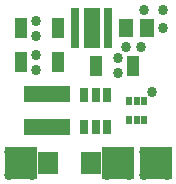
<source format=gts>
G75*
%MOIN*%
%OFA0B0*%
%FSLAX25Y25*%
%IPPOS*%
%LPD*%
%AMOC8*
5,1,8,0,0,1.08239X$1,22.5*
%
%ADD10R,0.02569X0.13592*%
%ADD11R,0.05718X0.13592*%
%ADD12R,0.02962X0.04931*%
%ADD13R,0.15167X0.05324*%
%ADD14R,0.04143X0.06899*%
%ADD15R,0.02175X0.02569*%
%ADD16R,0.10600X0.10600*%
%ADD17R,0.06899X0.07687*%
%ADD18R,0.04931X0.06112*%
%ADD19C,0.03378*%
D10*
X0027302Y0053800D03*
X0038326Y0053800D03*
D11*
X0032814Y0053800D03*
D12*
X0034064Y0031615D03*
X0037804Y0031615D03*
X0030324Y0031615D03*
X0030324Y0020985D03*
X0034064Y0020985D03*
X0037804Y0020985D03*
D13*
X0017814Y0020788D03*
X0017814Y0031812D03*
D14*
X0021416Y0042550D03*
X0021416Y0053800D03*
X0009212Y0053800D03*
X0009212Y0042550D03*
X0034212Y0041300D03*
X0046416Y0041300D03*
D15*
X0045255Y0029450D03*
X0047814Y0029450D03*
X0050373Y0029450D03*
X0050373Y0023150D03*
X0047814Y0023150D03*
X0045255Y0023150D03*
D16*
X0041564Y0008800D03*
X0054064Y0008800D03*
X0009064Y0008800D03*
D17*
X0018070Y0008800D03*
X0032558Y0008800D03*
D18*
X0044369Y0053800D03*
X0044369Y0053800D03*
X0051259Y0053800D03*
X0051259Y0053800D03*
D19*
X0005314Y0005050D03*
X0009064Y0008800D03*
X0012814Y0005050D03*
X0012814Y0012550D03*
X0005314Y0012550D03*
X0014064Y0040050D03*
X0014064Y0045050D03*
X0014064Y0051300D03*
X0014064Y0056300D03*
X0041564Y0043800D03*
X0044064Y0047550D03*
X0049064Y0047550D03*
X0056564Y0053800D03*
X0056564Y0060050D03*
X0050314Y0060050D03*
X0041564Y0038800D03*
X0052814Y0032550D03*
X0050314Y0012550D03*
X0054064Y0008800D03*
X0057814Y0005050D03*
X0057814Y0012550D03*
X0050314Y0005050D03*
X0045314Y0005050D03*
X0041564Y0008800D03*
X0045314Y0012550D03*
X0037814Y0012550D03*
X0037814Y0005050D03*
M02*

</source>
